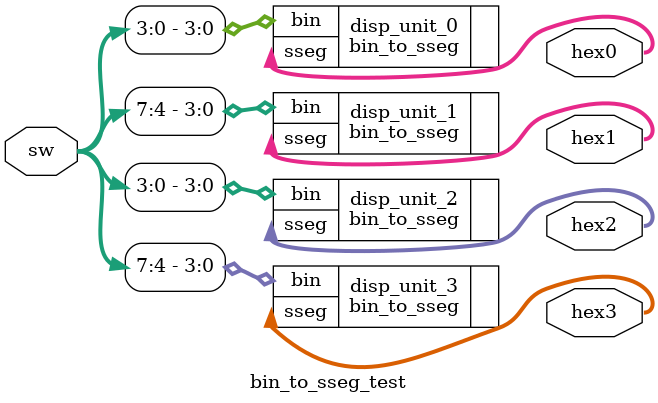
<source format=v>
module bin_to_sseg_test
(
	input wire [7:0] sw, 
	output wire [7:0] hex3, hex2, hex1, hex0
);

//wire declaration... 

wire [7:0] inc; 

//body

//Increment input

assign inc = sw + 1; 

bin_to_sseg disp_unit_0(.bin(sw[3:0]), .sseg(hex0)); 
bin_to_sseg disp_unit_1(.bin(sw[7:4]), .sseg(hex1)); 
bin_to_sseg disp_unit_2(.bin(sw[3:0]), .sseg(hex2)); 
bin_to_sseg disp_unit_3(.bin(sw[7:4]), .sseg(hex3)); 
endmodule
</source>
